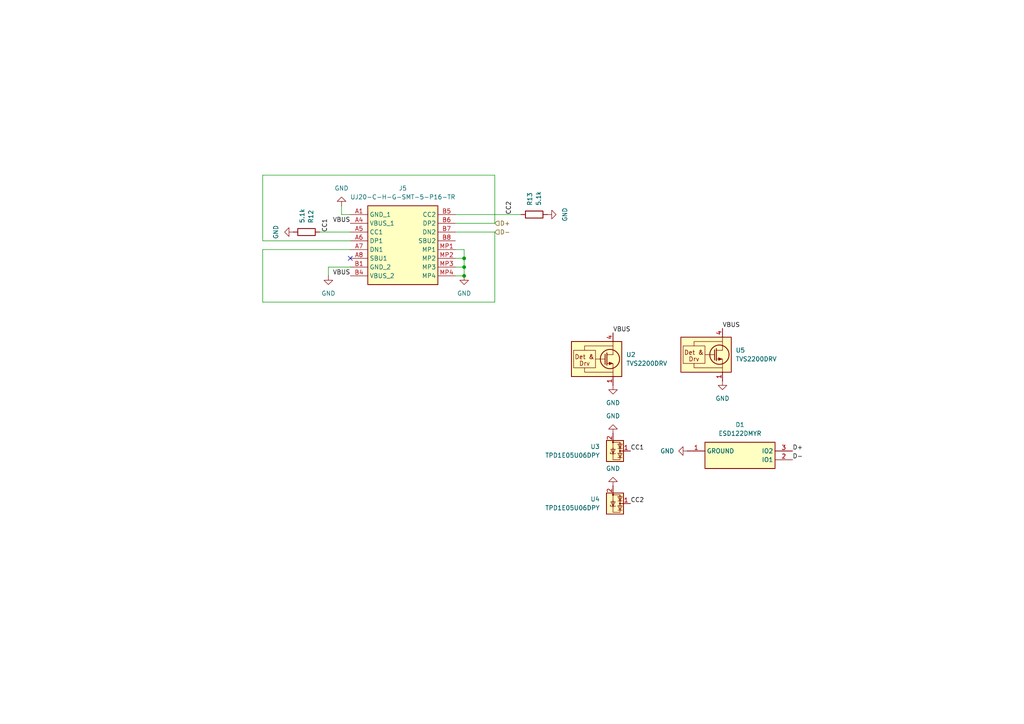
<source format=kicad_sch>
(kicad_sch (version 20250114) (generator "eeschema") (generator_version "9.0")
  (paper "A4")
  (lib_symbols
    (symbol "Device:R" (pin_numbers (hide yes)) (pin_names (offset 0))
      (property "Reference" "R" (at 2.032 0 90))
      (property "Value" "R" (at 0 0 90))
      (symbol "R_0_1"
        (rectangle (start -1.016 -2.54) (end 1.016 2.54) (stroke (width 0.254)))
      )
      (symbol "R_1_1"
        (pin passive line (at 0 3.81 270) (length 1.27) (name "~") (number "1"))
        (pin passive line (at 0 -3.81 90) (length 1.27) (name "~") (number "2"))
      )
    )
    (symbol "ESD122DMYR:ESD122DMYR"
      (property "Reference" "D" (at 26.67 7.62 0))
      (property "Value" "ESD122DMYR" (at 26.67 5.08 0))
      (symbol "ESD122DMYR_1_1"
        (rectangle (start 5.08 2.54) (end 25.4 -5.08) (stroke (width 0.254)) (fill (type background)))
        (pin power_in line (at 0 0 0) (length 5.08) (name "GROUND") (number "1"))
        (pin input line (at 30.48 0 180) (length 5.08) (name "IO2") (number "3"))
        (pin input line (at 30.48 -2.54 180) (length 5.08) (name "IO1") (number "2"))
      )
    )
    (symbol "Power_Protection:TPD1E05U06DPY" (pin_names (offset 0) (hide yes))
      (property "Reference" "U" (at -2.54 3.175 0))
      (property "Value" "TPD1E05U06DPY" (at 1.27 3.175 0))
      (symbol "TPD1E05U06DPY_0_1"
        (rectangle (start -3.048 1.905) (end 3.048 -3.048) (stroke (width 0.254)) (fill (type background)))
        (polyline (pts (xy -2.54 -2.032) (xy -2.54 0)))
        (polyline (pts (xy -1.905 -2.032) (xy -0.635 -1.397) (xy -0.635 -2.667) (xy -1.905 -2.032)))
        (polyline (pts (xy -1.905 -2.667) (xy -1.905 -1.397)))
        (polyline (pts (xy -1.016 0) (xy -2.54 0)))
        (polyline (pts (xy -0.762 0.762) (xy -0.762 0.762)))
        (polyline (pts (xy -0.762 0) (xy 0.508 0.635) (xy 0.508 -0.635) (xy -0.762 0)))
        (polyline (pts (xy -0.762 -0.762) (xy -0.762 0.762)))
        (polyline (pts (xy -0.635 -2.032) (xy -2.54 -2.032)))
        (polyline (pts (xy -0.635 -2.032) (xy 0.635 -2.032)))
        (polyline (pts (xy -0.381 0.762) (xy -0.762 0.762)))
        (circle (center 0 -2.032) (radius 0.2032) (fill (type outline)))
        (polyline (pts (xy 0 -2.54) (xy 0 -2.032)))
        (polyline (pts (xy 0.762 -2.032) (xy 2.032 -1.397) (xy 2.032 -2.667) (xy 0.762 -2.032)))
        (polyline (pts (xy 0.762 -2.667) (xy 0.762 -1.397)))
        (polyline (pts (xy 0.889 0) (xy -1.016 0)))
        (polyline (pts (xy 0.889 0) (xy -1.016 0)))
        (polyline (pts (xy 0.889 0) (xy 2.54 0)))
        (circle (center 2.54 0) (radius 0.2032) (fill (type outline)))
        (polyline (pts (xy 2.54 -2.032) (xy 0.635 -2.032)))
        (polyline (pts (xy 2.54 -2.032) (xy 0.635 -2.032)))
        (polyline (pts (xy 2.54 -2.032) (xy 2.54 0)))
      )
      (symbol "TPD1E05U06DPY_1_1"
        (pin passive line (at 0 -5.08 90) (length 2.54) (name "I/O") (number "1"))
        (pin power_in line (at 5.08 0 180) (length 2.54) (name "GND") (number "2"))
      )
    )
    (symbol "Power_Protection:TVS2200DRV" (pin_names (offset 0) (hide yes))
      (property "Reference" "U" (at 2.54 1.27 0))
      (property "Value" "TVS2200DRV" (at 2.54 -1.27 0))
      (symbol "TVS2200DRV_0_0"
        (rectangle (start -11.43 2.54) (end -5.08 -2.54))
        (polyline (pts (xy -8.255 2.54) (xy -8.255 3.81) (xy 0 3.81)))
        (polyline (pts (xy -8.255 -2.54) (xy -8.255 -3.81) (xy 0 -3.81)))
        (polyline (pts (xy 0 1.27) (xy -1.778 1.27)))
        (text "Det &" (at -8.255 0.635 0) (effects (font (size 1.27 1.27))))
        (text "Drv" (at -8.255 -1.27 0) (effects (font (size 1.27 1.27))))
      )
      (symbol "TVS2200DRV_0_1"
        (rectangle (start -12.065 5.08) (end 2.54 -5.08) (stroke (width 0.254)) (fill (type background)))
        (polyline (pts (xy -2.286 1.397) (xy -2.286 -1.524)) (stroke (width 0.254)))
        (polyline (pts (xy -2.286 0) (xy -5.08 0)))
        (polyline (pts (xy -1.778 1.778) (xy -1.778 -1.778)) (stroke (width 0.254)))
        (circle (center -0.889 0) (radius 2.794) (stroke (width 0.254)))
        (polyline (pts (xy -0.127 -1.27) (xy -1.143 -1.651) (xy -1.143 -0.889) (xy -0.127 -1.27)) (fill (type outline)))
        (polyline (pts (xy 0 5.08) (xy 0 2.54)))
        (polyline (pts (xy 0 2.54) (xy 0 1.27)))
        (polyline (pts (xy 0 -2.54) (xy 0 -5.08)))
        (polyline (pts (xy 0 -2.54) (xy 0 -1.27) (xy -1.778 -1.27)))
      )
      (symbol "TVS2200DRV_1_1"
        (pin passive line (at 0 7.62 270) (length 2.54) (name "IN") (number "4"))
        (pin passive line (at 0 7.62 270) (length 2.54) (hide yes) (name "IN") (number "5"))
        (pin passive line (at 0 7.62 270) (length 2.54) (hide yes) (name "IN") (number "6"))
        (pin power_in line (at 0 -7.62 90) (length 2.54) (name "GND") (number "1"))
        (pin passive line (at 0 -7.62 90) (length 2.54) (hide yes) (name "GND") (number "2"))
        (pin passive line (at 0 -7.62 90) (length 2.54) (hide yes) (name "GND") (number "3"))
        (pin passive line (at 0 -7.62 90) (length 2.54) (hide yes) (name "GND") (number "7"))
      )
    )
    (symbol "UJ20-C-H-G-SMT-5-P16-TR:UJ20-C-H-G-SMT-5-P16-TR"
      (property "Reference" "J" (at 26.67 7.62 0))
      (property "Value" "UJ20-C-H-G-SMT-5-P16-TR" (at 26.67 5.08 0))
      (symbol "UJ20-C-H-G-SMT-5-P16-TR_1_1"
        (rectangle (start 5.08 2.54) (end 25.4 -20.32) (stroke (width 0.254)) (fill (type background)))
        (pin passive line (at 0 0 0) (length 5.08) (name "GND_1") (number "A1"))
        (pin passive line (at 0 -2.54 0) (length 5.08) (name "VBUS_1") (number "A4"))
        (pin passive line (at 0 -5.08 0) (length 5.08) (name "CC1") (number "A5"))
        (pin passive line (at 0 -7.62 0) (length 5.08) (name "DP1") (number "A6"))
        (pin passive line (at 0 -10.16 0) (length 5.08) (name "DN1") (number "A7"))
        (pin passive line (at 0 -12.7 0) (length 5.08) (name "SBU1") (number "A8"))
        (pin passive line (at 0 -15.24 0) (length 5.08) (name "GND_2") (number "B1"))
        (pin passive line (at 0 -17.78 0) (length 5.08) (name "VBUS_2") (number "B4"))
        (pin passive line (at 30.48 0 180) (length 5.08) (name "CC2") (number "B5"))
        (pin passive line (at 30.48 -2.54 180) (length 5.08) (name "DP2") (number "B6"))
        (pin passive line (at 30.48 -5.08 180) (length 5.08) (name "DN2") (number "B7"))
        (pin passive line (at 30.48 -7.62 180) (length 5.08) (name "SBU2") (number "B8"))
        (pin passive line (at 30.48 -10.16 180) (length 5.08) (name "MP1") (number "MP1"))
        (pin passive line (at 30.48 -12.7 180) (length 5.08) (name "MP2") (number "MP2"))
        (pin passive line (at 30.48 -15.24 180) (length 5.08) (name "MP3") (number "MP3"))
        (pin passive line (at 30.48 -17.78 180) (length 5.08) (name "MP4") (number "MP4"))
      )
    )
    (symbol "power:GND" (power) (pin_numbers (hide yes)) (pin_names (offset 0) (hide yes))
      (property "Value" "GND" (at 0 -3.81 0))
      (symbol "GND_0_1"
        (polyline (pts (xy 0 0) (xy 0 -1.27) (xy 1.27 -1.27) (xy 0 -2.54) (xy -1.27 -1.27) (xy 0 -1.27)))
      )
      (symbol "GND_1_1"
        (pin power_in line (at 0 0 270) (length 0) (name "~") (number "1"))
      )
    )
  )
  (junction (at 134.62 80.01))
  (junction (at 134.62 74.93))
  (junction (at 134.62 77.47))
  (no_connect (at 101.6 74.93))
  (wire (pts (xy 143.51 67.31) (xy 143.51 87.63)))
  (wire (pts (xy 95.25 80.01) (xy 95.25 77.47)))
  (wire (pts (xy 132.08 72.39) (xy 134.62 72.39)))
  (wire (pts (xy 132.08 80.01) (xy 134.62 80.01)))
  (wire (pts (xy 76.2 87.63) (xy 76.2 72.39)))
  (wire (pts (xy 76.2 50.8) (xy 143.51 50.8)))
  (wire (pts (xy 132.08 62.23) (xy 151.13 62.23)))
  (wire (pts (xy 143.51 50.8) (xy 143.51 64.77)))
  (wire (pts (xy 76.2 72.39) (xy 101.6 72.39)))
  (wire (pts (xy 132.08 67.31) (xy 143.51 67.31)))
  (wire (pts (xy 76.2 69.85) (xy 76.2 50.8)))
  (wire (pts (xy 134.62 74.93) (xy 134.62 77.47)))
  (wire (pts (xy 143.51 87.63) (xy 76.2 87.63)))
  (wire (pts (xy 92.71 67.31) (xy 101.6 67.31)))
  (wire (pts (xy 134.62 77.47) (xy 134.62 80.01)))
  (wire (pts (xy 143.51 64.77) (xy 132.08 64.77)))
  (wire (pts (xy 134.62 72.39) (xy 134.62 74.93)))
  (wire (pts (xy 132.08 74.93) (xy 134.62 74.93)))
  (wire (pts (xy 95.25 77.47) (xy 101.6 77.47)))
  (wire (pts (xy 99.06 59.69) (xy 99.06 62.23)))
  (wire (pts (xy 132.08 77.47) (xy 134.62 77.47)))
  (wire (pts (xy 99.06 62.23) (xy 101.6 62.23)))
  (wire (pts (xy 101.6 69.85) (xy 76.2 69.85)))
  (label "VBUS" (at 101.6 64.77 180))
  (label "D-" (at 229.87 133.35 0))
  (label "VBUS" (at 101.6 80.01 180))
  (label "CC2" (at 182.88 146.05 0))
  (label "CC1" (at 95.25 67.31 90))
  (label "VBUS" (at 177.8 96.52 0))
  (label "CC1" (at 182.88 130.81 0))
  (label "D+" (at 229.87 130.81 0))
  (label "CC2" (at 148.59 62.23 90))
  (label "VBUS" (at 209.55 95.25 0))
  (hierarchical_label "D-" (shape input) (at 143.51 67.31 0))
  (hierarchical_label "D+" (shape input) (at 143.51 64.77 0))
  (symbol (lib_id "power:GND") (at 177.8 140.97 180) (unit 1)
    (property "Reference" "#PWR032" (effects (hide yes)))
    (property "Value" "GND" (at 177.8 135.89 0))
    (property "Description" "Power symbol creates a global label with name \"GND\" , ground" (effects (hide yes)))
  )
  (symbol (lib_id "Device:R") (at 88.9 67.31 270) (mirror x) (unit 1)
    (property "Reference" "R12" (at 90.1701 64.77 0) (effects (justify left)))
    (property "Value" "5.1k" (at 87.6301 64.77 0) (effects (justify left)))
    (property "Description" "Resistor" (effects (hide yes)))
  )
  (symbol (lib_id "power:GND") (at 158.75 62.23 90) (unit 1)
    (property "Reference" "#PWR029" (effects (hide yes)))
    (property "Value" "GND" (at 163.83 62.23 0))
    (property "Description" "Power symbol creates a global label with name \"GND\" , ground" (effects (hide yes)))
  )
  (symbol (lib_id "Power_Protection:TVS2200DRV") (at 209.55 102.87 0) (unit 1)
    (property "Reference" "U5" (at 213.36 101.5999 0) (effects (justify left)))
    (property "Value" "TVS2200DRV" (at 213.36 104.1399 0) (effects (justify left)))
    (property "Footprint" "Package_SON:WSON-6-1EP_2x2mm_P0.65mm_EP1x1.6mm" (effects (hide yes)))
    (property "Datasheet" "http://www.ti.com/lit/ds/symlink/tvs2200.pdf" (effects (hide yes)))
    (property "Description" "Flat-Clamp Surge Protection Device. 22Vrwm, WSON-6" (effects (hide yes)))
  )
  (symbol (lib_id "power:GND") (at 177.8 111.76 0) (unit 1)
    (property "Reference" "#PWR030" (effects (hide yes)))
    (property "Value" "GND" (at 177.8 116.84 0))
    (property "Description" "Power symbol creates a global label with name \"GND\" , ground" (effects (hide yes)))
  )
  (symbol (lib_id "power:GND") (at 209.55 110.49 0) (unit 1)
    (property "Reference" "#PWR034" (effects (hide yes)))
    (property "Value" "GND" (at 209.55 115.57 0))
    (property "Description" "Power symbol creates a global label with name \"GND\" , ground" (effects (hide yes)))
  )
  (symbol (lib_id "Power_Protection:TVS2200DRV") (at 177.8 104.14 0) (unit 1)
    (property "Reference" "U2" (at 181.61 102.8699 0) (effects (justify left)))
    (property "Value" "TVS2200DRV" (at 181.61 105.4099 0) (effects (justify left)))
    (property "Footprint" "Package_SON:WSON-6-1EP_2x2mm_P0.65mm_EP1x1.6mm" (effects (hide yes)))
    (property "Datasheet" "http://www.ti.com/lit/ds/symlink/tvs2200.pdf" (effects (hide yes)))
    (property "Description" "Flat-Clamp Surge Protection Device. 22Vrwm, WSON-6" (effects (hide yes)))
  )
  (symbol (lib_id "power:GND") (at 199.39 130.81 270) (unit 1)
    (property "Reference" "#PWR033" (effects (hide yes)))
    (property "Value" "GND" (at 195.58 130.8099 90) (effects (justify right)))
    (property "Description" "Power symbol creates a global label with name \"GND\" , ground" (effects (hide yes)))
  )
  (symbol (lib_id "Power_Protection:TPD1E05U06DPY") (at 177.8 146.05 90) (unit 1)
    (property "Reference" "U4" (at 173.99 144.7799 90) (effects (justify left)))
    (property "Value" "TPD1E05U06DPY" (at 173.99 147.3199 90) (effects (justify left)))
    (property "Footprint" "Package_SON:Texas_DPY0002A_0.6x1mm_P0.65mm" (effects (hide yes)))
    (property "Datasheet" "https://www.ti.com/lit/ds/symlink/tpd1e05u06.pdf" (effects (hide yes)))
    (property "Description" "1-Channel ESD Protection for Super-Speed USB 3.0 Interface, X1SON-2" (effects (hide yes)))
  )
  (symbol (lib_id "power:GND") (at 99.06 59.69 180) (unit 1)
    (property "Reference" "#PWR041" (effects (hide yes)))
    (property "Value" "GND" (at 99.06 54.61 0))
    (property "Description" "Power symbol creates a global label with name \"GND\" , ground" (effects (hide yes)))
  )
  (symbol (lib_id "Device:R") (at 154.94 62.23 90) (unit 1)
    (property "Reference" "R13" (at 153.6699 59.69 0) (effects (justify left)))
    (property "Value" "5.1k" (at 156.2099 59.69 0) (effects (justify left)))
    (property "Description" "Resistor" (effects (hide yes)))
  )
  (symbol (lib_id "power:GND") (at 85.09 67.31 270) (mirror x) (unit 1)
    (property "Reference" "#PWR026" (effects (hide yes)))
    (property "Value" "GND" (at 80.01 67.31 0))
    (property "Description" "Power symbol creates a global label with name \"GND\" , ground" (effects (hide yes)))
  )
  (symbol (lib_id "ESD122DMYR:ESD122DMYR") (at 199.39 130.81 0) (unit 1)
    (property "Reference" "D1" (at 214.63 123.19 0))
    (property "Value" "ESD122DMYR" (at 214.63 125.73 0))
    (property "Footprint" "Library:ESD122DMYR" (effects (hide yes)))
    (property "Datasheet" "http://www.ti.com/lit/ds/symlink/esd122.pdf" (effects (hide yes)))
    (property "Description" "2-Channel ESD Protection Diode for USB Type-C and HDMI 2.0" (effects (hide yes)))
    (property "Height" "0.4" (effects (hide yes)))
    (property "Mouser Part Number" "595-ESD122DMYR" (effects (hide yes)))
    (property "Mouser Price/Stock" "https://www.mouser.co.uk/ProductDetail/Texas-Instruments/ESD122DMYR?qs=gt1LBUVyoHmaYVD%2FzEv1ew%3D%3D" (effects (hide yes)))
    (property "Manufacturer_Name" "Texas Instruments" (effects (hide yes)))
    (property "Manufacturer_Part_Number" "ESD122DMYR" (effects (hide yes)))
  )
  (symbol (lib_id "power:GND") (at 95.25 80.01 0) (mirror y) (unit 1)
    (property "Reference" "#PWR046" (effects (hide yes)))
    (property "Value" "GND" (at 95.25 85.09 0))
    (property "Description" "Power symbol creates a global label with name \"GND\" , ground" (effects (hide yes)))
  )
  (symbol (lib_id "Power_Protection:TPD1E05U06DPY") (at 177.8 130.81 90) (unit 1)
    (property "Reference" "U3" (at 173.99 129.5399 90) (effects (justify left)))
    (property "Value" "TPD1E05U06DPY" (at 173.99 132.0799 90) (effects (justify left)))
    (property "Footprint" "Package_SON:Texas_DPY0002A_0.6x1mm_P0.65mm" (effects (hide yes)))
    (property "Datasheet" "https://www.ti.com/lit/ds/symlink/tpd1e05u06.pdf" (effects (hide yes)))
    (property "Description" "1-Channel ESD Protection for Super-Speed USB 3.0 Interface, X1SON-2" (effects (hide yes)))
  )
  (symbol (lib_id "power:GND") (at 177.8 125.73 180) (unit 1)
    (property "Reference" "#PWR031" (effects (hide yes)))
    (property "Value" "GND" (at 177.8 120.65 0))
    (property "Description" "Power symbol creates a global label with name \"GND\" , ground" (effects (hide yes)))
  )
  (symbol (lib_id "power:GND") (at 134.62 80.01 0) (mirror y) (unit 1)
    (property "Reference" "#PWR0117" (effects (hide yes)))
    (property "Value" "GND" (at 134.62 85.09 0))
    (property "Description" "Power symbol creates a global label with name \"GND\" , ground" (effects (hide yes)))
  )
  (symbol (lib_id "UJ20-C-H-G-SMT-5-P16-TR:UJ20-C-H-G-SMT-5-P16-TR") (at 101.6 62.23 0) (unit 1)
    (property "Reference" "J5" (at 116.84 54.61 0))
    (property "Value" "UJ20-C-H-G-SMT-5-P16-TR" (at 116.84 57.15 0))
    (property "Footprint" "Library:UJ20CHGSMT5P16TR" (effects (hide yes)))
    (property "Datasheet" "https://www.sameskydevices.com/product/resource/uj20-c-h-g-smt-5-p16-tr.pdf" (effects (hide yes)))
    (property "Description" "Type C, USB 2.0, 480 Mbps, 48 Vac, 5 A, Horizontal, Gold Plated 3u, Surface Mount with post, 16 pin, USB Receptacle" (effects (hide yes)))
    (property "Height" "3.41" (effects (hide yes)))
    (property "Mouser Part Number" "179-UJ20CHGSMT5P16TR" (effects (hide yes)))
    (property "Mouser Price/Stock" "https://www.mouser.co.uk/ProductDetail/Same-Sky/UJ20-C-H-G-SMT-5-P16-TR?qs=IKkN%2F947nfD2hE8asV9%252BEg%3D%3D" (effects (hide yes)))
    (property "Manufacturer_Name" "Same Sky" (effects (hide yes)))
    (property "Manufacturer_Part_Number" "UJ20-C-H-G-SMT-5-P16-TR" (effects (hide yes)))
  )
)
</source>
